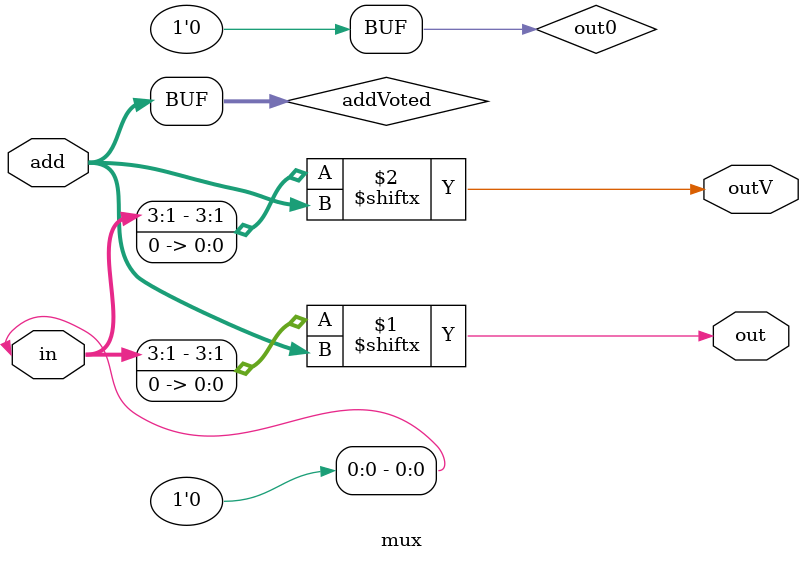
<source format=v>
module mux(
input [3:0] in,
input [1:0] add,
output out,
output outV
);
  wire [1:0] addVoted=add;
  assign out = in[addVoted];
  assign outV = in[add];
  assign out0 = in;
  assign out0 = 5'h2;

endmodule

</source>
